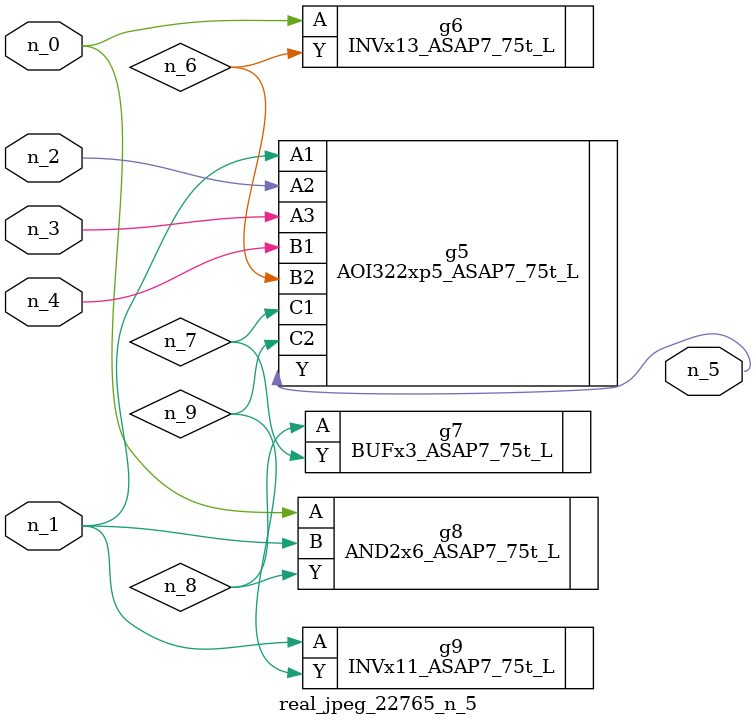
<source format=v>
module real_jpeg_22765_n_5 (n_4, n_0, n_1, n_2, n_3, n_5);

input n_4;
input n_0;
input n_1;
input n_2;
input n_3;

output n_5;

wire n_8;
wire n_6;
wire n_7;
wire n_9;

INVx13_ASAP7_75t_L g6 ( 
.A(n_0),
.Y(n_6)
);

AND2x6_ASAP7_75t_L g8 ( 
.A(n_0),
.B(n_1),
.Y(n_8)
);

AOI322xp5_ASAP7_75t_L g5 ( 
.A1(n_1),
.A2(n_2),
.A3(n_3),
.B1(n_4),
.B2(n_6),
.C1(n_7),
.C2(n_9),
.Y(n_5)
);

INVx11_ASAP7_75t_L g9 ( 
.A(n_1),
.Y(n_9)
);

BUFx3_ASAP7_75t_L g7 ( 
.A(n_8),
.Y(n_7)
);


endmodule
</source>
